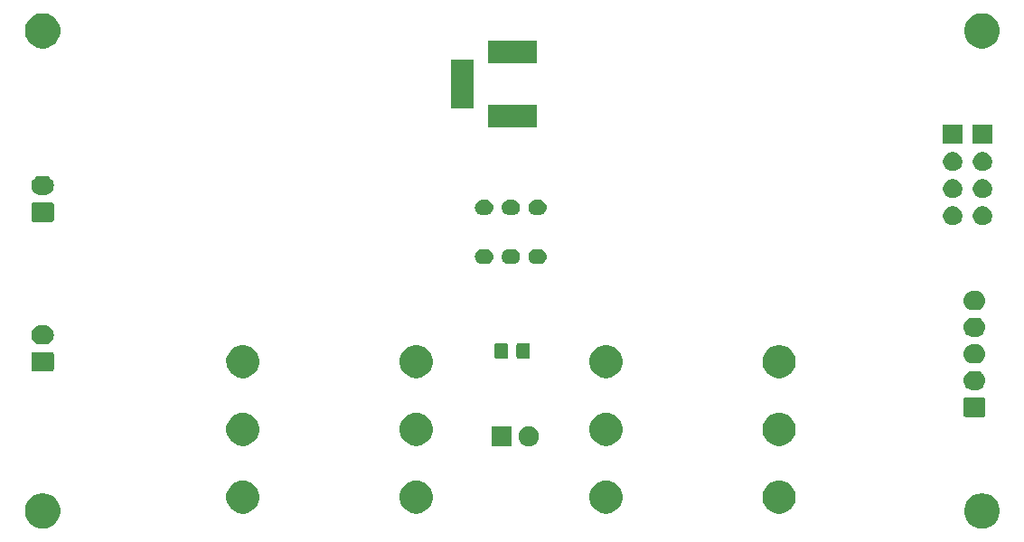
<source format=gbr>
G04 #@! TF.GenerationSoftware,KiCad,Pcbnew,(5.1.5)-3*
G04 #@! TF.CreationDate,2021-02-01T17:37:08+01:00*
G04 #@! TF.ProjectId,Prototype Board,50726f74-6f74-4797-9065-20426f617264,rev?*
G04 #@! TF.SameCoordinates,Original*
G04 #@! TF.FileFunction,Soldermask,Top*
G04 #@! TF.FilePolarity,Negative*
%FSLAX46Y46*%
G04 Gerber Fmt 4.6, Leading zero omitted, Abs format (unit mm)*
G04 Created by KiCad (PCBNEW (5.1.5)-3) date 2021-02-01 17:37:08*
%MOMM*%
%LPD*%
G04 APERTURE LIST*
%ADD10C,0.100000*%
G04 APERTURE END LIST*
D10*
G36*
X194375256Y-142391298D02*
G01*
X194481579Y-142412447D01*
X194782042Y-142536903D01*
X195052451Y-142717585D01*
X195282415Y-142947549D01*
X195463097Y-143217958D01*
X195587553Y-143518421D01*
X195651000Y-143837391D01*
X195651000Y-144162609D01*
X195587553Y-144481579D01*
X195463097Y-144782042D01*
X195282415Y-145052451D01*
X195052451Y-145282415D01*
X194782042Y-145463097D01*
X194481579Y-145587553D01*
X194375256Y-145608702D01*
X194162611Y-145651000D01*
X193837389Y-145651000D01*
X193624744Y-145608702D01*
X193518421Y-145587553D01*
X193217958Y-145463097D01*
X192947549Y-145282415D01*
X192717585Y-145052451D01*
X192536903Y-144782042D01*
X192412447Y-144481579D01*
X192349000Y-144162609D01*
X192349000Y-143837391D01*
X192412447Y-143518421D01*
X192536903Y-143217958D01*
X192717585Y-142947549D01*
X192947549Y-142717585D01*
X193217958Y-142536903D01*
X193518421Y-142412447D01*
X193624744Y-142391298D01*
X193837389Y-142349000D01*
X194162611Y-142349000D01*
X194375256Y-142391298D01*
G37*
G36*
X106375256Y-142391298D02*
G01*
X106481579Y-142412447D01*
X106782042Y-142536903D01*
X107052451Y-142717585D01*
X107282415Y-142947549D01*
X107463097Y-143217958D01*
X107587553Y-143518421D01*
X107651000Y-143837391D01*
X107651000Y-144162609D01*
X107587553Y-144481579D01*
X107463097Y-144782042D01*
X107282415Y-145052451D01*
X107052451Y-145282415D01*
X106782042Y-145463097D01*
X106481579Y-145587553D01*
X106375256Y-145608702D01*
X106162611Y-145651000D01*
X105837389Y-145651000D01*
X105624744Y-145608702D01*
X105518421Y-145587553D01*
X105217958Y-145463097D01*
X104947549Y-145282415D01*
X104717585Y-145052451D01*
X104536903Y-144782042D01*
X104412447Y-144481579D01*
X104349000Y-144162609D01*
X104349000Y-143837391D01*
X104412447Y-143518421D01*
X104536903Y-143217958D01*
X104717585Y-142947549D01*
X104947549Y-142717585D01*
X105217958Y-142536903D01*
X105518421Y-142412447D01*
X105624744Y-142391298D01*
X105837389Y-142349000D01*
X106162611Y-142349000D01*
X106375256Y-142391298D01*
G37*
G36*
X141302585Y-141178802D02*
G01*
X141452410Y-141208604D01*
X141734674Y-141325521D01*
X141988705Y-141495259D01*
X142204741Y-141711295D01*
X142374479Y-141965326D01*
X142491396Y-142247590D01*
X142551000Y-142547240D01*
X142551000Y-142852760D01*
X142491396Y-143152410D01*
X142374479Y-143434674D01*
X142204741Y-143688705D01*
X141988705Y-143904741D01*
X141734674Y-144074479D01*
X141452410Y-144191396D01*
X141302585Y-144221198D01*
X141152761Y-144251000D01*
X140847239Y-144251000D01*
X140697415Y-144221198D01*
X140547590Y-144191396D01*
X140265326Y-144074479D01*
X140011295Y-143904741D01*
X139795259Y-143688705D01*
X139625521Y-143434674D01*
X139508604Y-143152410D01*
X139449000Y-142852760D01*
X139449000Y-142547240D01*
X139508604Y-142247590D01*
X139625521Y-141965326D01*
X139795259Y-141711295D01*
X140011295Y-141495259D01*
X140265326Y-141325521D01*
X140547590Y-141208604D01*
X140697415Y-141178802D01*
X140847239Y-141149000D01*
X141152761Y-141149000D01*
X141302585Y-141178802D01*
G37*
G36*
X175302585Y-141178802D02*
G01*
X175452410Y-141208604D01*
X175734674Y-141325521D01*
X175988705Y-141495259D01*
X176204741Y-141711295D01*
X176374479Y-141965326D01*
X176491396Y-142247590D01*
X176551000Y-142547240D01*
X176551000Y-142852760D01*
X176491396Y-143152410D01*
X176374479Y-143434674D01*
X176204741Y-143688705D01*
X175988705Y-143904741D01*
X175734674Y-144074479D01*
X175452410Y-144191396D01*
X175302585Y-144221198D01*
X175152761Y-144251000D01*
X174847239Y-144251000D01*
X174697415Y-144221198D01*
X174547590Y-144191396D01*
X174265326Y-144074479D01*
X174011295Y-143904741D01*
X173795259Y-143688705D01*
X173625521Y-143434674D01*
X173508604Y-143152410D01*
X173449000Y-142852760D01*
X173449000Y-142547240D01*
X173508604Y-142247590D01*
X173625521Y-141965326D01*
X173795259Y-141711295D01*
X174011295Y-141495259D01*
X174265326Y-141325521D01*
X174547590Y-141208604D01*
X174697415Y-141178802D01*
X174847239Y-141149000D01*
X175152761Y-141149000D01*
X175302585Y-141178802D01*
G37*
G36*
X159072585Y-141178802D02*
G01*
X159222410Y-141208604D01*
X159504674Y-141325521D01*
X159758705Y-141495259D01*
X159974741Y-141711295D01*
X160144479Y-141965326D01*
X160261396Y-142247590D01*
X160321000Y-142547240D01*
X160321000Y-142852760D01*
X160261396Y-143152410D01*
X160144479Y-143434674D01*
X159974741Y-143688705D01*
X159758705Y-143904741D01*
X159504674Y-144074479D01*
X159222410Y-144191396D01*
X159072585Y-144221198D01*
X158922761Y-144251000D01*
X158617239Y-144251000D01*
X158467415Y-144221198D01*
X158317590Y-144191396D01*
X158035326Y-144074479D01*
X157781295Y-143904741D01*
X157565259Y-143688705D01*
X157395521Y-143434674D01*
X157278604Y-143152410D01*
X157219000Y-142852760D01*
X157219000Y-142547240D01*
X157278604Y-142247590D01*
X157395521Y-141965326D01*
X157565259Y-141711295D01*
X157781295Y-141495259D01*
X158035326Y-141325521D01*
X158317590Y-141208604D01*
X158467415Y-141178802D01*
X158617239Y-141149000D01*
X158922761Y-141149000D01*
X159072585Y-141178802D01*
G37*
G36*
X125072585Y-141178802D02*
G01*
X125222410Y-141208604D01*
X125504674Y-141325521D01*
X125758705Y-141495259D01*
X125974741Y-141711295D01*
X126144479Y-141965326D01*
X126261396Y-142247590D01*
X126321000Y-142547240D01*
X126321000Y-142852760D01*
X126261396Y-143152410D01*
X126144479Y-143434674D01*
X125974741Y-143688705D01*
X125758705Y-143904741D01*
X125504674Y-144074479D01*
X125222410Y-144191396D01*
X125072585Y-144221198D01*
X124922761Y-144251000D01*
X124617239Y-144251000D01*
X124467415Y-144221198D01*
X124317590Y-144191396D01*
X124035326Y-144074479D01*
X123781295Y-143904741D01*
X123565259Y-143688705D01*
X123395521Y-143434674D01*
X123278604Y-143152410D01*
X123219000Y-142852760D01*
X123219000Y-142547240D01*
X123278604Y-142247590D01*
X123395521Y-141965326D01*
X123565259Y-141711295D01*
X123781295Y-141495259D01*
X124035326Y-141325521D01*
X124317590Y-141208604D01*
X124467415Y-141178802D01*
X124617239Y-141149000D01*
X124922761Y-141149000D01*
X125072585Y-141178802D01*
G37*
G36*
X151817395Y-136085546D02*
G01*
X151990466Y-136157234D01*
X151990467Y-136157235D01*
X152146227Y-136261310D01*
X152278690Y-136393773D01*
X152278691Y-136393775D01*
X152382766Y-136549534D01*
X152454454Y-136722605D01*
X152491000Y-136906333D01*
X152491000Y-137093667D01*
X152454454Y-137277395D01*
X152382766Y-137450466D01*
X152382765Y-137450467D01*
X152278690Y-137606227D01*
X152146227Y-137738690D01*
X152067818Y-137791081D01*
X151990466Y-137842766D01*
X151817395Y-137914454D01*
X151633667Y-137951000D01*
X151446333Y-137951000D01*
X151262605Y-137914454D01*
X151089534Y-137842766D01*
X151012182Y-137791081D01*
X150933773Y-137738690D01*
X150801310Y-137606227D01*
X150697235Y-137450467D01*
X150697234Y-137450466D01*
X150625546Y-137277395D01*
X150589000Y-137093667D01*
X150589000Y-136906333D01*
X150625546Y-136722605D01*
X150697234Y-136549534D01*
X150801309Y-136393775D01*
X150801310Y-136393773D01*
X150933773Y-136261310D01*
X151089533Y-136157235D01*
X151089534Y-136157234D01*
X151262605Y-136085546D01*
X151446333Y-136049000D01*
X151633667Y-136049000D01*
X151817395Y-136085546D01*
G37*
G36*
X149951000Y-137951000D02*
G01*
X148049000Y-137951000D01*
X148049000Y-136049000D01*
X149951000Y-136049000D01*
X149951000Y-137951000D01*
G37*
G36*
X141302585Y-134828802D02*
G01*
X141452410Y-134858604D01*
X141734674Y-134975521D01*
X141988705Y-135145259D01*
X142204741Y-135361295D01*
X142374479Y-135615326D01*
X142491396Y-135897590D01*
X142551000Y-136197240D01*
X142551000Y-136502760D01*
X142491396Y-136802410D01*
X142374479Y-137084674D01*
X142204741Y-137338705D01*
X141988705Y-137554741D01*
X141734674Y-137724479D01*
X141452410Y-137841396D01*
X141302585Y-137871198D01*
X141152761Y-137901000D01*
X140847239Y-137901000D01*
X140697415Y-137871198D01*
X140547590Y-137841396D01*
X140265326Y-137724479D01*
X140011295Y-137554741D01*
X139795259Y-137338705D01*
X139625521Y-137084674D01*
X139508604Y-136802410D01*
X139449000Y-136502760D01*
X139449000Y-136197240D01*
X139508604Y-135897590D01*
X139625521Y-135615326D01*
X139795259Y-135361295D01*
X140011295Y-135145259D01*
X140265326Y-134975521D01*
X140547590Y-134858604D01*
X140697415Y-134828802D01*
X140847239Y-134799000D01*
X141152761Y-134799000D01*
X141302585Y-134828802D01*
G37*
G36*
X125072585Y-134828802D02*
G01*
X125222410Y-134858604D01*
X125504674Y-134975521D01*
X125758705Y-135145259D01*
X125974741Y-135361295D01*
X126144479Y-135615326D01*
X126261396Y-135897590D01*
X126321000Y-136197240D01*
X126321000Y-136502760D01*
X126261396Y-136802410D01*
X126144479Y-137084674D01*
X125974741Y-137338705D01*
X125758705Y-137554741D01*
X125504674Y-137724479D01*
X125222410Y-137841396D01*
X125072585Y-137871198D01*
X124922761Y-137901000D01*
X124617239Y-137901000D01*
X124467415Y-137871198D01*
X124317590Y-137841396D01*
X124035326Y-137724479D01*
X123781295Y-137554741D01*
X123565259Y-137338705D01*
X123395521Y-137084674D01*
X123278604Y-136802410D01*
X123219000Y-136502760D01*
X123219000Y-136197240D01*
X123278604Y-135897590D01*
X123395521Y-135615326D01*
X123565259Y-135361295D01*
X123781295Y-135145259D01*
X124035326Y-134975521D01*
X124317590Y-134858604D01*
X124467415Y-134828802D01*
X124617239Y-134799000D01*
X124922761Y-134799000D01*
X125072585Y-134828802D01*
G37*
G36*
X175302585Y-134828802D02*
G01*
X175452410Y-134858604D01*
X175734674Y-134975521D01*
X175988705Y-135145259D01*
X176204741Y-135361295D01*
X176374479Y-135615326D01*
X176491396Y-135897590D01*
X176551000Y-136197240D01*
X176551000Y-136502760D01*
X176491396Y-136802410D01*
X176374479Y-137084674D01*
X176204741Y-137338705D01*
X175988705Y-137554741D01*
X175734674Y-137724479D01*
X175452410Y-137841396D01*
X175302585Y-137871198D01*
X175152761Y-137901000D01*
X174847239Y-137901000D01*
X174697415Y-137871198D01*
X174547590Y-137841396D01*
X174265326Y-137724479D01*
X174011295Y-137554741D01*
X173795259Y-137338705D01*
X173625521Y-137084674D01*
X173508604Y-136802410D01*
X173449000Y-136502760D01*
X173449000Y-136197240D01*
X173508604Y-135897590D01*
X173625521Y-135615326D01*
X173795259Y-135361295D01*
X174011295Y-135145259D01*
X174265326Y-134975521D01*
X174547590Y-134858604D01*
X174697415Y-134828802D01*
X174847239Y-134799000D01*
X175152761Y-134799000D01*
X175302585Y-134828802D01*
G37*
G36*
X159072585Y-134828802D02*
G01*
X159222410Y-134858604D01*
X159504674Y-134975521D01*
X159758705Y-135145259D01*
X159974741Y-135361295D01*
X160144479Y-135615326D01*
X160261396Y-135897590D01*
X160321000Y-136197240D01*
X160321000Y-136502760D01*
X160261396Y-136802410D01*
X160144479Y-137084674D01*
X159974741Y-137338705D01*
X159758705Y-137554741D01*
X159504674Y-137724479D01*
X159222410Y-137841396D01*
X159072585Y-137871198D01*
X158922761Y-137901000D01*
X158617239Y-137901000D01*
X158467415Y-137871198D01*
X158317590Y-137841396D01*
X158035326Y-137724479D01*
X157781295Y-137554741D01*
X157565259Y-137338705D01*
X157395521Y-137084674D01*
X157278604Y-136802410D01*
X157219000Y-136502760D01*
X157219000Y-136197240D01*
X157278604Y-135897590D01*
X157395521Y-135615326D01*
X157565259Y-135361295D01*
X157781295Y-135145259D01*
X158035326Y-134975521D01*
X158317590Y-134858604D01*
X158467415Y-134828802D01*
X158617239Y-134799000D01*
X158922761Y-134799000D01*
X159072585Y-134828802D01*
G37*
G36*
X194177600Y-133388989D02*
G01*
X194210652Y-133399015D01*
X194241103Y-133415292D01*
X194267799Y-133437201D01*
X194289708Y-133463897D01*
X194305985Y-133494348D01*
X194316011Y-133527400D01*
X194320000Y-133567903D01*
X194320000Y-135004097D01*
X194316011Y-135044600D01*
X194305985Y-135077652D01*
X194289708Y-135108103D01*
X194267799Y-135134799D01*
X194241103Y-135156708D01*
X194210652Y-135172985D01*
X194177600Y-135183011D01*
X194137097Y-135187000D01*
X192450903Y-135187000D01*
X192410400Y-135183011D01*
X192377348Y-135172985D01*
X192346897Y-135156708D01*
X192320201Y-135134799D01*
X192298292Y-135108103D01*
X192282015Y-135077652D01*
X192271989Y-135044600D01*
X192268000Y-135004097D01*
X192268000Y-133567903D01*
X192271989Y-133527400D01*
X192282015Y-133494348D01*
X192298292Y-133463897D01*
X192320201Y-133437201D01*
X192346897Y-133415292D01*
X192377348Y-133399015D01*
X192410400Y-133388989D01*
X192450903Y-133385000D01*
X194137097Y-133385000D01*
X194177600Y-133388989D01*
G37*
G36*
X193529443Y-130891519D02*
G01*
X193595627Y-130898037D01*
X193765466Y-130949557D01*
X193921991Y-131033222D01*
X193957729Y-131062552D01*
X194059186Y-131145814D01*
X194107545Y-131204741D01*
X194171778Y-131283009D01*
X194255443Y-131439534D01*
X194306963Y-131609373D01*
X194324359Y-131786000D01*
X194306963Y-131962627D01*
X194255443Y-132132466D01*
X194171778Y-132288991D01*
X194142448Y-132324729D01*
X194059186Y-132426186D01*
X193957729Y-132509448D01*
X193921991Y-132538778D01*
X193765466Y-132622443D01*
X193595627Y-132673963D01*
X193529442Y-132680482D01*
X193463260Y-132687000D01*
X193124740Y-132687000D01*
X193058558Y-132680482D01*
X192992373Y-132673963D01*
X192822534Y-132622443D01*
X192666009Y-132538778D01*
X192630271Y-132509448D01*
X192528814Y-132426186D01*
X192445552Y-132324729D01*
X192416222Y-132288991D01*
X192332557Y-132132466D01*
X192281037Y-131962627D01*
X192263641Y-131786000D01*
X192281037Y-131609373D01*
X192332557Y-131439534D01*
X192416222Y-131283009D01*
X192480455Y-131204741D01*
X192528814Y-131145814D01*
X192630271Y-131062552D01*
X192666009Y-131033222D01*
X192822534Y-130949557D01*
X192992373Y-130898037D01*
X193058557Y-130891519D01*
X193124740Y-130885000D01*
X193463260Y-130885000D01*
X193529443Y-130891519D01*
G37*
G36*
X175191275Y-128456661D02*
G01*
X175452410Y-128508604D01*
X175734674Y-128625521D01*
X175988705Y-128795259D01*
X176204741Y-129011295D01*
X176374479Y-129265326D01*
X176484907Y-129531925D01*
X176491396Y-129547591D01*
X176551000Y-129847239D01*
X176551000Y-130152761D01*
X176544189Y-130187000D01*
X176491396Y-130452410D01*
X176374479Y-130734674D01*
X176204741Y-130988705D01*
X175988705Y-131204741D01*
X175734674Y-131374479D01*
X175452410Y-131491396D01*
X175302585Y-131521198D01*
X175152761Y-131551000D01*
X174847239Y-131551000D01*
X174697415Y-131521198D01*
X174547590Y-131491396D01*
X174265326Y-131374479D01*
X174011295Y-131204741D01*
X173795259Y-130988705D01*
X173625521Y-130734674D01*
X173508604Y-130452410D01*
X173455811Y-130187000D01*
X173449000Y-130152761D01*
X173449000Y-129847239D01*
X173508604Y-129547591D01*
X173515093Y-129531925D01*
X173625521Y-129265326D01*
X173795259Y-129011295D01*
X174011295Y-128795259D01*
X174265326Y-128625521D01*
X174547590Y-128508604D01*
X174808725Y-128456661D01*
X174847239Y-128449000D01*
X175152761Y-128449000D01*
X175191275Y-128456661D01*
G37*
G36*
X124961275Y-128456661D02*
G01*
X125222410Y-128508604D01*
X125504674Y-128625521D01*
X125758705Y-128795259D01*
X125974741Y-129011295D01*
X126144479Y-129265326D01*
X126254907Y-129531925D01*
X126261396Y-129547591D01*
X126321000Y-129847239D01*
X126321000Y-130152761D01*
X126314189Y-130187000D01*
X126261396Y-130452410D01*
X126144479Y-130734674D01*
X125974741Y-130988705D01*
X125758705Y-131204741D01*
X125504674Y-131374479D01*
X125222410Y-131491396D01*
X125072585Y-131521198D01*
X124922761Y-131551000D01*
X124617239Y-131551000D01*
X124467415Y-131521198D01*
X124317590Y-131491396D01*
X124035326Y-131374479D01*
X123781295Y-131204741D01*
X123565259Y-130988705D01*
X123395521Y-130734674D01*
X123278604Y-130452410D01*
X123225811Y-130187000D01*
X123219000Y-130152761D01*
X123219000Y-129847239D01*
X123278604Y-129547591D01*
X123285093Y-129531925D01*
X123395521Y-129265326D01*
X123565259Y-129011295D01*
X123781295Y-128795259D01*
X124035326Y-128625521D01*
X124317590Y-128508604D01*
X124578725Y-128456661D01*
X124617239Y-128449000D01*
X124922761Y-128449000D01*
X124961275Y-128456661D01*
G37*
G36*
X158961275Y-128456661D02*
G01*
X159222410Y-128508604D01*
X159504674Y-128625521D01*
X159758705Y-128795259D01*
X159974741Y-129011295D01*
X160144479Y-129265326D01*
X160254907Y-129531925D01*
X160261396Y-129547591D01*
X160321000Y-129847239D01*
X160321000Y-130152761D01*
X160314189Y-130187000D01*
X160261396Y-130452410D01*
X160144479Y-130734674D01*
X159974741Y-130988705D01*
X159758705Y-131204741D01*
X159504674Y-131374479D01*
X159222410Y-131491396D01*
X159072585Y-131521198D01*
X158922761Y-131551000D01*
X158617239Y-131551000D01*
X158467415Y-131521198D01*
X158317590Y-131491396D01*
X158035326Y-131374479D01*
X157781295Y-131204741D01*
X157565259Y-130988705D01*
X157395521Y-130734674D01*
X157278604Y-130452410D01*
X157225811Y-130187000D01*
X157219000Y-130152761D01*
X157219000Y-129847239D01*
X157278604Y-129547591D01*
X157285093Y-129531925D01*
X157395521Y-129265326D01*
X157565259Y-129011295D01*
X157781295Y-128795259D01*
X158035326Y-128625521D01*
X158317590Y-128508604D01*
X158578725Y-128456661D01*
X158617239Y-128449000D01*
X158922761Y-128449000D01*
X158961275Y-128456661D01*
G37*
G36*
X141191275Y-128456661D02*
G01*
X141452410Y-128508604D01*
X141734674Y-128625521D01*
X141988705Y-128795259D01*
X142204741Y-129011295D01*
X142374479Y-129265326D01*
X142484907Y-129531925D01*
X142491396Y-129547591D01*
X142551000Y-129847239D01*
X142551000Y-130152761D01*
X142544189Y-130187000D01*
X142491396Y-130452410D01*
X142374479Y-130734674D01*
X142204741Y-130988705D01*
X141988705Y-131204741D01*
X141734674Y-131374479D01*
X141452410Y-131491396D01*
X141302585Y-131521198D01*
X141152761Y-131551000D01*
X140847239Y-131551000D01*
X140697415Y-131521198D01*
X140547590Y-131491396D01*
X140265326Y-131374479D01*
X140011295Y-131204741D01*
X139795259Y-130988705D01*
X139625521Y-130734674D01*
X139508604Y-130452410D01*
X139455811Y-130187000D01*
X139449000Y-130152761D01*
X139449000Y-129847239D01*
X139508604Y-129547591D01*
X139515093Y-129531925D01*
X139625521Y-129265326D01*
X139795259Y-129011295D01*
X140011295Y-128795259D01*
X140265326Y-128625521D01*
X140547590Y-128508604D01*
X140808725Y-128456661D01*
X140847239Y-128449000D01*
X141152761Y-128449000D01*
X141191275Y-128456661D01*
G37*
G36*
X106908600Y-129102989D02*
G01*
X106941652Y-129113015D01*
X106972103Y-129129292D01*
X106998799Y-129151201D01*
X107020708Y-129177897D01*
X107036985Y-129208348D01*
X107047011Y-129241400D01*
X107051000Y-129281903D01*
X107051000Y-130718097D01*
X107047011Y-130758600D01*
X107036985Y-130791652D01*
X107020708Y-130822103D01*
X106998799Y-130848799D01*
X106972103Y-130870708D01*
X106941652Y-130886985D01*
X106908600Y-130897011D01*
X106868097Y-130901000D01*
X105131903Y-130901000D01*
X105091400Y-130897011D01*
X105058348Y-130886985D01*
X105027897Y-130870708D01*
X105001201Y-130848799D01*
X104979292Y-130822103D01*
X104963015Y-130791652D01*
X104952989Y-130758600D01*
X104949000Y-130718097D01*
X104949000Y-129281903D01*
X104952989Y-129241400D01*
X104963015Y-129208348D01*
X104979292Y-129177897D01*
X105001201Y-129151201D01*
X105027897Y-129129292D01*
X105058348Y-129113015D01*
X105091400Y-129102989D01*
X105131903Y-129099000D01*
X106868097Y-129099000D01*
X106908600Y-129102989D01*
G37*
G36*
X193529443Y-128391519D02*
G01*
X193595627Y-128398037D01*
X193765466Y-128449557D01*
X193765468Y-128449558D01*
X193843728Y-128491389D01*
X193921991Y-128533222D01*
X193957729Y-128562552D01*
X194059186Y-128645814D01*
X194142448Y-128747271D01*
X194171778Y-128783009D01*
X194255443Y-128939534D01*
X194306963Y-129109373D01*
X194324359Y-129286000D01*
X194306963Y-129462627D01*
X194255443Y-129632466D01*
X194171778Y-129788991D01*
X194142448Y-129824729D01*
X194059186Y-129926186D01*
X193957729Y-130009448D01*
X193921991Y-130038778D01*
X193765466Y-130122443D01*
X193595627Y-130173963D01*
X193529443Y-130180481D01*
X193463260Y-130187000D01*
X193124740Y-130187000D01*
X193058557Y-130180481D01*
X192992373Y-130173963D01*
X192822534Y-130122443D01*
X192666009Y-130038778D01*
X192630271Y-130009448D01*
X192528814Y-129926186D01*
X192445552Y-129824729D01*
X192416222Y-129788991D01*
X192332557Y-129632466D01*
X192281037Y-129462627D01*
X192263641Y-129286000D01*
X192281037Y-129109373D01*
X192332557Y-128939534D01*
X192416222Y-128783009D01*
X192445552Y-128747271D01*
X192528814Y-128645814D01*
X192630271Y-128562552D01*
X192666009Y-128533222D01*
X192744272Y-128491389D01*
X192822532Y-128449558D01*
X192822534Y-128449557D01*
X192992373Y-128398037D01*
X193058557Y-128391519D01*
X193124740Y-128385000D01*
X193463260Y-128385000D01*
X193529443Y-128391519D01*
G37*
G36*
X151488674Y-128253465D02*
G01*
X151526367Y-128264899D01*
X151561103Y-128283466D01*
X151591548Y-128308452D01*
X151616534Y-128338897D01*
X151635101Y-128373633D01*
X151646535Y-128411326D01*
X151651000Y-128456661D01*
X151651000Y-129543339D01*
X151646535Y-129588674D01*
X151635101Y-129626367D01*
X151616534Y-129661103D01*
X151591548Y-129691548D01*
X151561103Y-129716534D01*
X151526367Y-129735101D01*
X151488674Y-129746535D01*
X151443339Y-129751000D01*
X150606661Y-129751000D01*
X150561326Y-129746535D01*
X150523633Y-129735101D01*
X150488897Y-129716534D01*
X150458452Y-129691548D01*
X150433466Y-129661103D01*
X150414899Y-129626367D01*
X150403465Y-129588674D01*
X150399000Y-129543339D01*
X150399000Y-128456661D01*
X150403465Y-128411326D01*
X150414899Y-128373633D01*
X150433466Y-128338897D01*
X150458452Y-128308452D01*
X150488897Y-128283466D01*
X150523633Y-128264899D01*
X150561326Y-128253465D01*
X150606661Y-128249000D01*
X151443339Y-128249000D01*
X151488674Y-128253465D01*
G37*
G36*
X149438674Y-128253465D02*
G01*
X149476367Y-128264899D01*
X149511103Y-128283466D01*
X149541548Y-128308452D01*
X149566534Y-128338897D01*
X149585101Y-128373633D01*
X149596535Y-128411326D01*
X149601000Y-128456661D01*
X149601000Y-129543339D01*
X149596535Y-129588674D01*
X149585101Y-129626367D01*
X149566534Y-129661103D01*
X149541548Y-129691548D01*
X149511103Y-129716534D01*
X149476367Y-129735101D01*
X149438674Y-129746535D01*
X149393339Y-129751000D01*
X148556661Y-129751000D01*
X148511326Y-129746535D01*
X148473633Y-129735101D01*
X148438897Y-129716534D01*
X148408452Y-129691548D01*
X148383466Y-129661103D01*
X148364899Y-129626367D01*
X148353465Y-129588674D01*
X148349000Y-129543339D01*
X148349000Y-128456661D01*
X148353465Y-128411326D01*
X148364899Y-128373633D01*
X148383466Y-128338897D01*
X148408452Y-128308452D01*
X148438897Y-128283466D01*
X148473633Y-128264899D01*
X148511326Y-128253465D01*
X148556661Y-128249000D01*
X149393339Y-128249000D01*
X149438674Y-128253465D01*
G37*
G36*
X106260442Y-126605518D02*
G01*
X106326627Y-126612037D01*
X106496466Y-126663557D01*
X106652991Y-126747222D01*
X106688729Y-126776552D01*
X106790186Y-126859814D01*
X106873448Y-126961271D01*
X106902778Y-126997009D01*
X106986443Y-127153534D01*
X107037963Y-127323373D01*
X107055359Y-127500000D01*
X107037963Y-127676627D01*
X106986443Y-127846466D01*
X106902778Y-128002991D01*
X106873448Y-128038729D01*
X106790186Y-128140186D01*
X106688729Y-128223448D01*
X106652991Y-128252778D01*
X106496466Y-128336443D01*
X106326627Y-128387963D01*
X106260443Y-128394481D01*
X106194260Y-128401000D01*
X105805740Y-128401000D01*
X105739557Y-128394481D01*
X105673373Y-128387963D01*
X105503534Y-128336443D01*
X105347009Y-128252778D01*
X105311271Y-128223448D01*
X105209814Y-128140186D01*
X105126552Y-128038729D01*
X105097222Y-128002991D01*
X105013557Y-127846466D01*
X104962037Y-127676627D01*
X104944641Y-127500000D01*
X104962037Y-127323373D01*
X105013557Y-127153534D01*
X105097222Y-126997009D01*
X105126552Y-126961271D01*
X105209814Y-126859814D01*
X105311271Y-126776552D01*
X105347009Y-126747222D01*
X105503534Y-126663557D01*
X105673373Y-126612037D01*
X105739558Y-126605518D01*
X105805740Y-126599000D01*
X106194260Y-126599000D01*
X106260442Y-126605518D01*
G37*
G36*
X193529442Y-125891518D02*
G01*
X193595627Y-125898037D01*
X193765466Y-125949557D01*
X193921991Y-126033222D01*
X193957729Y-126062552D01*
X194059186Y-126145814D01*
X194142448Y-126247271D01*
X194171778Y-126283009D01*
X194255443Y-126439534D01*
X194306963Y-126609373D01*
X194324359Y-126786000D01*
X194306963Y-126962627D01*
X194255443Y-127132466D01*
X194171778Y-127288991D01*
X194143561Y-127323373D01*
X194059186Y-127426186D01*
X193969242Y-127500000D01*
X193921991Y-127538778D01*
X193765466Y-127622443D01*
X193595627Y-127673963D01*
X193529442Y-127680482D01*
X193463260Y-127687000D01*
X193124740Y-127687000D01*
X193058558Y-127680482D01*
X192992373Y-127673963D01*
X192822534Y-127622443D01*
X192666009Y-127538778D01*
X192618758Y-127500000D01*
X192528814Y-127426186D01*
X192444439Y-127323373D01*
X192416222Y-127288991D01*
X192332557Y-127132466D01*
X192281037Y-126962627D01*
X192263641Y-126786000D01*
X192281037Y-126609373D01*
X192332557Y-126439534D01*
X192416222Y-126283009D01*
X192445552Y-126247271D01*
X192528814Y-126145814D01*
X192630271Y-126062552D01*
X192666009Y-126033222D01*
X192822534Y-125949557D01*
X192992373Y-125898037D01*
X193058558Y-125891518D01*
X193124740Y-125885000D01*
X193463260Y-125885000D01*
X193529442Y-125891518D01*
G37*
G36*
X193529442Y-123391518D02*
G01*
X193595627Y-123398037D01*
X193765466Y-123449557D01*
X193921991Y-123533222D01*
X193957729Y-123562552D01*
X194059186Y-123645814D01*
X194142448Y-123747271D01*
X194171778Y-123783009D01*
X194255443Y-123939534D01*
X194306963Y-124109373D01*
X194324359Y-124286000D01*
X194306963Y-124462627D01*
X194255443Y-124632466D01*
X194171778Y-124788991D01*
X194142448Y-124824729D01*
X194059186Y-124926186D01*
X193957729Y-125009448D01*
X193921991Y-125038778D01*
X193765466Y-125122443D01*
X193595627Y-125173963D01*
X193529442Y-125180482D01*
X193463260Y-125187000D01*
X193124740Y-125187000D01*
X193058558Y-125180482D01*
X192992373Y-125173963D01*
X192822534Y-125122443D01*
X192666009Y-125038778D01*
X192630271Y-125009448D01*
X192528814Y-124926186D01*
X192445552Y-124824729D01*
X192416222Y-124788991D01*
X192332557Y-124632466D01*
X192281037Y-124462627D01*
X192263641Y-124286000D01*
X192281037Y-124109373D01*
X192332557Y-123939534D01*
X192416222Y-123783009D01*
X192445552Y-123747271D01*
X192528814Y-123645814D01*
X192630271Y-123562552D01*
X192666009Y-123533222D01*
X192822534Y-123449557D01*
X192992373Y-123398037D01*
X193058558Y-123391518D01*
X193124740Y-123385000D01*
X193463260Y-123385000D01*
X193529442Y-123391518D01*
G37*
G36*
X152647421Y-119465143D02*
G01*
X152779557Y-119505227D01*
X152779559Y-119505228D01*
X152901339Y-119570320D01*
X152901341Y-119570321D01*
X152901340Y-119570321D01*
X153008080Y-119657920D01*
X153095679Y-119764660D01*
X153160773Y-119886443D01*
X153200857Y-120018579D01*
X153214391Y-120156000D01*
X153200857Y-120293421D01*
X153160773Y-120425557D01*
X153160772Y-120425559D01*
X153095680Y-120547339D01*
X153008080Y-120654080D01*
X152901339Y-120741680D01*
X152779559Y-120806772D01*
X152779557Y-120806773D01*
X152647421Y-120846857D01*
X152544432Y-120857000D01*
X152175568Y-120857000D01*
X152072579Y-120846857D01*
X151940443Y-120806773D01*
X151940441Y-120806772D01*
X151818661Y-120741680D01*
X151711920Y-120654080D01*
X151624320Y-120547339D01*
X151559228Y-120425559D01*
X151559227Y-120425557D01*
X151519143Y-120293421D01*
X151505609Y-120156000D01*
X151519143Y-120018579D01*
X151559227Y-119886443D01*
X151624321Y-119764660D01*
X151711920Y-119657920D01*
X151818660Y-119570321D01*
X151818659Y-119570321D01*
X151818661Y-119570320D01*
X151940441Y-119505228D01*
X151940443Y-119505227D01*
X152072579Y-119465143D01*
X152175568Y-119455000D01*
X152544432Y-119455000D01*
X152647421Y-119465143D01*
G37*
G36*
X150147421Y-119465143D02*
G01*
X150279557Y-119505227D01*
X150279559Y-119505228D01*
X150401339Y-119570320D01*
X150401341Y-119570321D01*
X150401340Y-119570321D01*
X150508080Y-119657920D01*
X150595679Y-119764660D01*
X150660773Y-119886443D01*
X150700857Y-120018579D01*
X150714391Y-120156000D01*
X150700857Y-120293421D01*
X150660773Y-120425557D01*
X150660772Y-120425559D01*
X150595680Y-120547339D01*
X150508080Y-120654080D01*
X150401339Y-120741680D01*
X150279559Y-120806772D01*
X150279557Y-120806773D01*
X150147421Y-120846857D01*
X150044432Y-120857000D01*
X149675568Y-120857000D01*
X149572579Y-120846857D01*
X149440443Y-120806773D01*
X149440441Y-120806772D01*
X149318661Y-120741680D01*
X149211920Y-120654080D01*
X149124320Y-120547339D01*
X149059228Y-120425559D01*
X149059227Y-120425557D01*
X149019143Y-120293421D01*
X149005609Y-120156000D01*
X149019143Y-120018579D01*
X149059227Y-119886443D01*
X149124321Y-119764660D01*
X149211920Y-119657920D01*
X149318660Y-119570321D01*
X149318659Y-119570321D01*
X149318661Y-119570320D01*
X149440441Y-119505228D01*
X149440443Y-119505227D01*
X149572579Y-119465143D01*
X149675568Y-119455000D01*
X150044432Y-119455000D01*
X150147421Y-119465143D01*
G37*
G36*
X147647421Y-119465143D02*
G01*
X147779557Y-119505227D01*
X147779559Y-119505228D01*
X147901339Y-119570320D01*
X147901341Y-119570321D01*
X147901340Y-119570321D01*
X148008080Y-119657920D01*
X148095679Y-119764660D01*
X148160773Y-119886443D01*
X148200857Y-120018579D01*
X148214391Y-120156000D01*
X148200857Y-120293421D01*
X148160773Y-120425557D01*
X148160772Y-120425559D01*
X148095680Y-120547339D01*
X148008080Y-120654080D01*
X147901339Y-120741680D01*
X147779559Y-120806772D01*
X147779557Y-120806773D01*
X147647421Y-120846857D01*
X147544432Y-120857000D01*
X147175568Y-120857000D01*
X147072579Y-120846857D01*
X146940443Y-120806773D01*
X146940441Y-120806772D01*
X146818661Y-120741680D01*
X146711920Y-120654080D01*
X146624320Y-120547339D01*
X146559228Y-120425559D01*
X146559227Y-120425557D01*
X146519143Y-120293421D01*
X146505609Y-120156000D01*
X146519143Y-120018579D01*
X146559227Y-119886443D01*
X146624321Y-119764660D01*
X146711920Y-119657920D01*
X146818660Y-119570321D01*
X146818659Y-119570321D01*
X146818661Y-119570320D01*
X146940441Y-119505228D01*
X146940443Y-119505227D01*
X147072579Y-119465143D01*
X147175568Y-119455000D01*
X147544432Y-119455000D01*
X147647421Y-119465143D01*
G37*
G36*
X194169512Y-115435927D02*
G01*
X194318812Y-115465624D01*
X194482784Y-115533544D01*
X194630354Y-115632147D01*
X194755853Y-115757646D01*
X194854456Y-115905216D01*
X194922376Y-116069188D01*
X194957000Y-116243259D01*
X194957000Y-116420741D01*
X194922376Y-116594812D01*
X194854456Y-116758784D01*
X194755853Y-116906354D01*
X194630354Y-117031853D01*
X194482784Y-117130456D01*
X194318812Y-117198376D01*
X194169512Y-117228073D01*
X194144742Y-117233000D01*
X193967258Y-117233000D01*
X193942488Y-117228073D01*
X193793188Y-117198376D01*
X193629216Y-117130456D01*
X193481646Y-117031853D01*
X193356147Y-116906354D01*
X193257544Y-116758784D01*
X193189624Y-116594812D01*
X193155000Y-116420741D01*
X193155000Y-116243259D01*
X193189624Y-116069188D01*
X193257544Y-115905216D01*
X193356147Y-115757646D01*
X193481646Y-115632147D01*
X193629216Y-115533544D01*
X193793188Y-115465624D01*
X193942488Y-115435927D01*
X193967258Y-115431000D01*
X194144742Y-115431000D01*
X194169512Y-115435927D01*
G37*
G36*
X191375512Y-115435927D02*
G01*
X191524812Y-115465624D01*
X191688784Y-115533544D01*
X191836354Y-115632147D01*
X191961853Y-115757646D01*
X192060456Y-115905216D01*
X192128376Y-116069188D01*
X192163000Y-116243259D01*
X192163000Y-116420741D01*
X192128376Y-116594812D01*
X192060456Y-116758784D01*
X191961853Y-116906354D01*
X191836354Y-117031853D01*
X191688784Y-117130456D01*
X191524812Y-117198376D01*
X191375512Y-117228073D01*
X191350742Y-117233000D01*
X191173258Y-117233000D01*
X191148488Y-117228073D01*
X190999188Y-117198376D01*
X190835216Y-117130456D01*
X190687646Y-117031853D01*
X190562147Y-116906354D01*
X190463544Y-116758784D01*
X190395624Y-116594812D01*
X190361000Y-116420741D01*
X190361000Y-116243259D01*
X190395624Y-116069188D01*
X190463544Y-115905216D01*
X190562147Y-115757646D01*
X190687646Y-115632147D01*
X190835216Y-115533544D01*
X190999188Y-115465624D01*
X191148488Y-115435927D01*
X191173258Y-115431000D01*
X191350742Y-115431000D01*
X191375512Y-115435927D01*
G37*
G36*
X106908600Y-115102989D02*
G01*
X106941652Y-115113015D01*
X106972103Y-115129292D01*
X106998799Y-115151201D01*
X107020708Y-115177897D01*
X107036985Y-115208348D01*
X107047011Y-115241400D01*
X107051000Y-115281903D01*
X107051000Y-116718097D01*
X107047011Y-116758600D01*
X107036985Y-116791652D01*
X107020708Y-116822103D01*
X106998799Y-116848799D01*
X106972103Y-116870708D01*
X106941652Y-116886985D01*
X106908600Y-116897011D01*
X106868097Y-116901000D01*
X105131903Y-116901000D01*
X105091400Y-116897011D01*
X105058348Y-116886985D01*
X105027897Y-116870708D01*
X105001201Y-116848799D01*
X104979292Y-116822103D01*
X104963015Y-116791652D01*
X104952989Y-116758600D01*
X104949000Y-116718097D01*
X104949000Y-115281903D01*
X104952989Y-115241400D01*
X104963015Y-115208348D01*
X104979292Y-115177897D01*
X105001201Y-115151201D01*
X105027897Y-115129292D01*
X105058348Y-115113015D01*
X105091400Y-115102989D01*
X105131903Y-115099000D01*
X106868097Y-115099000D01*
X106908600Y-115102989D01*
G37*
G36*
X147647421Y-114865143D02*
G01*
X147779557Y-114905227D01*
X147779559Y-114905228D01*
X147901339Y-114970320D01*
X148008080Y-115057920D01*
X148095680Y-115164661D01*
X148136697Y-115241400D01*
X148160773Y-115286443D01*
X148200857Y-115418579D01*
X148214391Y-115556000D01*
X148200857Y-115693421D01*
X148160773Y-115825557D01*
X148160772Y-115825559D01*
X148095680Y-115947339D01*
X148008080Y-116054080D01*
X147901339Y-116141680D01*
X147779559Y-116206772D01*
X147779557Y-116206773D01*
X147647421Y-116246857D01*
X147544432Y-116257000D01*
X147175568Y-116257000D01*
X147072579Y-116246857D01*
X146940443Y-116206773D01*
X146940441Y-116206772D01*
X146818661Y-116141680D01*
X146711920Y-116054080D01*
X146624320Y-115947339D01*
X146559228Y-115825559D01*
X146559227Y-115825557D01*
X146519143Y-115693421D01*
X146505609Y-115556000D01*
X146519143Y-115418579D01*
X146559227Y-115286443D01*
X146583303Y-115241400D01*
X146624320Y-115164661D01*
X146711920Y-115057920D01*
X146818661Y-114970320D01*
X146940441Y-114905228D01*
X146940443Y-114905227D01*
X147072579Y-114865143D01*
X147175568Y-114855000D01*
X147544432Y-114855000D01*
X147647421Y-114865143D01*
G37*
G36*
X150147421Y-114865143D02*
G01*
X150279557Y-114905227D01*
X150279559Y-114905228D01*
X150401339Y-114970320D01*
X150508080Y-115057920D01*
X150595680Y-115164661D01*
X150636697Y-115241400D01*
X150660773Y-115286443D01*
X150700857Y-115418579D01*
X150714391Y-115556000D01*
X150700857Y-115693421D01*
X150660773Y-115825557D01*
X150660772Y-115825559D01*
X150595680Y-115947339D01*
X150508080Y-116054080D01*
X150401339Y-116141680D01*
X150279559Y-116206772D01*
X150279557Y-116206773D01*
X150147421Y-116246857D01*
X150044432Y-116257000D01*
X149675568Y-116257000D01*
X149572579Y-116246857D01*
X149440443Y-116206773D01*
X149440441Y-116206772D01*
X149318661Y-116141680D01*
X149211920Y-116054080D01*
X149124320Y-115947339D01*
X149059228Y-115825559D01*
X149059227Y-115825557D01*
X149019143Y-115693421D01*
X149005609Y-115556000D01*
X149019143Y-115418579D01*
X149059227Y-115286443D01*
X149083303Y-115241400D01*
X149124320Y-115164661D01*
X149211920Y-115057920D01*
X149318661Y-114970320D01*
X149440441Y-114905228D01*
X149440443Y-114905227D01*
X149572579Y-114865143D01*
X149675568Y-114855000D01*
X150044432Y-114855000D01*
X150147421Y-114865143D01*
G37*
G36*
X152647421Y-114865143D02*
G01*
X152779557Y-114905227D01*
X152779559Y-114905228D01*
X152901339Y-114970320D01*
X153008080Y-115057920D01*
X153095680Y-115164661D01*
X153136697Y-115241400D01*
X153160773Y-115286443D01*
X153200857Y-115418579D01*
X153214391Y-115556000D01*
X153200857Y-115693421D01*
X153160773Y-115825557D01*
X153160772Y-115825559D01*
X153095680Y-115947339D01*
X153008080Y-116054080D01*
X152901339Y-116141680D01*
X152779559Y-116206772D01*
X152779557Y-116206773D01*
X152647421Y-116246857D01*
X152544432Y-116257000D01*
X152175568Y-116257000D01*
X152072579Y-116246857D01*
X151940443Y-116206773D01*
X151940441Y-116206772D01*
X151818661Y-116141680D01*
X151711920Y-116054080D01*
X151624320Y-115947339D01*
X151559228Y-115825559D01*
X151559227Y-115825557D01*
X151519143Y-115693421D01*
X151505609Y-115556000D01*
X151519143Y-115418579D01*
X151559227Y-115286443D01*
X151583303Y-115241400D01*
X151624320Y-115164661D01*
X151711920Y-115057920D01*
X151818661Y-114970320D01*
X151940441Y-114905228D01*
X151940443Y-114905227D01*
X152072579Y-114865143D01*
X152175568Y-114855000D01*
X152544432Y-114855000D01*
X152647421Y-114865143D01*
G37*
G36*
X191375512Y-112895927D02*
G01*
X191524812Y-112925624D01*
X191688784Y-112993544D01*
X191836354Y-113092147D01*
X191961853Y-113217646D01*
X192060456Y-113365216D01*
X192128376Y-113529188D01*
X192163000Y-113703259D01*
X192163000Y-113880741D01*
X192128376Y-114054812D01*
X192060456Y-114218784D01*
X191961853Y-114366354D01*
X191836354Y-114491853D01*
X191688784Y-114590456D01*
X191524812Y-114658376D01*
X191375512Y-114688073D01*
X191350742Y-114693000D01*
X191173258Y-114693000D01*
X191148488Y-114688073D01*
X190999188Y-114658376D01*
X190835216Y-114590456D01*
X190687646Y-114491853D01*
X190562147Y-114366354D01*
X190463544Y-114218784D01*
X190395624Y-114054812D01*
X190361000Y-113880741D01*
X190361000Y-113703259D01*
X190395624Y-113529188D01*
X190463544Y-113365216D01*
X190562147Y-113217646D01*
X190687646Y-113092147D01*
X190835216Y-112993544D01*
X190999188Y-112925624D01*
X191148488Y-112895927D01*
X191173258Y-112891000D01*
X191350742Y-112891000D01*
X191375512Y-112895927D01*
G37*
G36*
X194169512Y-112895927D02*
G01*
X194318812Y-112925624D01*
X194482784Y-112993544D01*
X194630354Y-113092147D01*
X194755853Y-113217646D01*
X194854456Y-113365216D01*
X194922376Y-113529188D01*
X194957000Y-113703259D01*
X194957000Y-113880741D01*
X194922376Y-114054812D01*
X194854456Y-114218784D01*
X194755853Y-114366354D01*
X194630354Y-114491853D01*
X194482784Y-114590456D01*
X194318812Y-114658376D01*
X194169512Y-114688073D01*
X194144742Y-114693000D01*
X193967258Y-114693000D01*
X193942488Y-114688073D01*
X193793188Y-114658376D01*
X193629216Y-114590456D01*
X193481646Y-114491853D01*
X193356147Y-114366354D01*
X193257544Y-114218784D01*
X193189624Y-114054812D01*
X193155000Y-113880741D01*
X193155000Y-113703259D01*
X193189624Y-113529188D01*
X193257544Y-113365216D01*
X193356147Y-113217646D01*
X193481646Y-113092147D01*
X193629216Y-112993544D01*
X193793188Y-112925624D01*
X193942488Y-112895927D01*
X193967258Y-112891000D01*
X194144742Y-112891000D01*
X194169512Y-112895927D01*
G37*
G36*
X106260443Y-112605519D02*
G01*
X106326627Y-112612037D01*
X106496466Y-112663557D01*
X106652991Y-112747222D01*
X106688729Y-112776552D01*
X106790186Y-112859814D01*
X106873448Y-112961271D01*
X106902778Y-112997009D01*
X106986443Y-113153534D01*
X107037963Y-113323373D01*
X107055359Y-113500000D01*
X107037963Y-113676627D01*
X107029884Y-113703259D01*
X106986442Y-113846468D01*
X106968122Y-113880742D01*
X106902778Y-114002991D01*
X106873448Y-114038729D01*
X106790186Y-114140186D01*
X106694415Y-114218782D01*
X106652991Y-114252778D01*
X106496466Y-114336443D01*
X106326627Y-114387963D01*
X106260443Y-114394481D01*
X106194260Y-114401000D01*
X105805740Y-114401000D01*
X105739557Y-114394481D01*
X105673373Y-114387963D01*
X105503534Y-114336443D01*
X105347009Y-114252778D01*
X105305585Y-114218782D01*
X105209814Y-114140186D01*
X105126552Y-114038729D01*
X105097222Y-114002991D01*
X105031878Y-113880742D01*
X105013558Y-113846468D01*
X104970116Y-113703259D01*
X104962037Y-113676627D01*
X104944641Y-113500000D01*
X104962037Y-113323373D01*
X105013557Y-113153534D01*
X105097222Y-112997009D01*
X105126552Y-112961271D01*
X105209814Y-112859814D01*
X105311271Y-112776552D01*
X105347009Y-112747222D01*
X105503534Y-112663557D01*
X105673373Y-112612037D01*
X105739557Y-112605519D01*
X105805740Y-112599000D01*
X106194260Y-112599000D01*
X106260443Y-112605519D01*
G37*
G36*
X191375512Y-110355927D02*
G01*
X191524812Y-110385624D01*
X191688784Y-110453544D01*
X191836354Y-110552147D01*
X191961853Y-110677646D01*
X192060456Y-110825216D01*
X192128376Y-110989188D01*
X192163000Y-111163259D01*
X192163000Y-111340741D01*
X192128376Y-111514812D01*
X192060456Y-111678784D01*
X191961853Y-111826354D01*
X191836354Y-111951853D01*
X191688784Y-112050456D01*
X191524812Y-112118376D01*
X191375512Y-112148073D01*
X191350742Y-112153000D01*
X191173258Y-112153000D01*
X191148488Y-112148073D01*
X190999188Y-112118376D01*
X190835216Y-112050456D01*
X190687646Y-111951853D01*
X190562147Y-111826354D01*
X190463544Y-111678784D01*
X190395624Y-111514812D01*
X190361000Y-111340741D01*
X190361000Y-111163259D01*
X190395624Y-110989188D01*
X190463544Y-110825216D01*
X190562147Y-110677646D01*
X190687646Y-110552147D01*
X190835216Y-110453544D01*
X190999188Y-110385624D01*
X191148488Y-110355927D01*
X191173258Y-110351000D01*
X191350742Y-110351000D01*
X191375512Y-110355927D01*
G37*
G36*
X194169512Y-110355927D02*
G01*
X194318812Y-110385624D01*
X194482784Y-110453544D01*
X194630354Y-110552147D01*
X194755853Y-110677646D01*
X194854456Y-110825216D01*
X194922376Y-110989188D01*
X194957000Y-111163259D01*
X194957000Y-111340741D01*
X194922376Y-111514812D01*
X194854456Y-111678784D01*
X194755853Y-111826354D01*
X194630354Y-111951853D01*
X194482784Y-112050456D01*
X194318812Y-112118376D01*
X194169512Y-112148073D01*
X194144742Y-112153000D01*
X193967258Y-112153000D01*
X193942488Y-112148073D01*
X193793188Y-112118376D01*
X193629216Y-112050456D01*
X193481646Y-111951853D01*
X193356147Y-111826354D01*
X193257544Y-111678784D01*
X193189624Y-111514812D01*
X193155000Y-111340741D01*
X193155000Y-111163259D01*
X193189624Y-110989188D01*
X193257544Y-110825216D01*
X193356147Y-110677646D01*
X193481646Y-110552147D01*
X193629216Y-110453544D01*
X193793188Y-110385624D01*
X193942488Y-110355927D01*
X193967258Y-110351000D01*
X194144742Y-110351000D01*
X194169512Y-110355927D01*
G37*
G36*
X192163000Y-109613000D02*
G01*
X190361000Y-109613000D01*
X190361000Y-107811000D01*
X192163000Y-107811000D01*
X192163000Y-109613000D01*
G37*
G36*
X194957000Y-109613000D02*
G01*
X193155000Y-109613000D01*
X193155000Y-107811000D01*
X194957000Y-107811000D01*
X194957000Y-109613000D01*
G37*
G36*
X152301000Y-108051000D02*
G01*
X147699000Y-108051000D01*
X147699000Y-105949000D01*
X152301000Y-105949000D01*
X152301000Y-108051000D01*
G37*
G36*
X146351000Y-106301000D02*
G01*
X144249000Y-106301000D01*
X144249000Y-101699000D01*
X146351000Y-101699000D01*
X146351000Y-106301000D01*
G37*
G36*
X152301000Y-102051000D02*
G01*
X147699000Y-102051000D01*
X147699000Y-99949000D01*
X152301000Y-99949000D01*
X152301000Y-102051000D01*
G37*
G36*
X106375256Y-97391298D02*
G01*
X106481579Y-97412447D01*
X106782042Y-97536903D01*
X107052451Y-97717585D01*
X107282415Y-97947549D01*
X107463097Y-98217958D01*
X107587553Y-98518421D01*
X107651000Y-98837391D01*
X107651000Y-99162609D01*
X107587553Y-99481579D01*
X107463097Y-99782042D01*
X107282415Y-100052451D01*
X107052451Y-100282415D01*
X106782042Y-100463097D01*
X106481579Y-100587553D01*
X106375256Y-100608702D01*
X106162611Y-100651000D01*
X105837389Y-100651000D01*
X105624744Y-100608702D01*
X105518421Y-100587553D01*
X105217958Y-100463097D01*
X104947549Y-100282415D01*
X104717585Y-100052451D01*
X104536903Y-99782042D01*
X104412447Y-99481579D01*
X104349000Y-99162609D01*
X104349000Y-98837391D01*
X104412447Y-98518421D01*
X104536903Y-98217958D01*
X104717585Y-97947549D01*
X104947549Y-97717585D01*
X105217958Y-97536903D01*
X105518421Y-97412447D01*
X105624744Y-97391298D01*
X105837389Y-97349000D01*
X106162611Y-97349000D01*
X106375256Y-97391298D01*
G37*
G36*
X194375256Y-97391298D02*
G01*
X194481579Y-97412447D01*
X194782042Y-97536903D01*
X195052451Y-97717585D01*
X195282415Y-97947549D01*
X195463097Y-98217958D01*
X195587553Y-98518421D01*
X195651000Y-98837391D01*
X195651000Y-99162609D01*
X195587553Y-99481579D01*
X195463097Y-99782042D01*
X195282415Y-100052451D01*
X195052451Y-100282415D01*
X194782042Y-100463097D01*
X194481579Y-100587553D01*
X194375256Y-100608702D01*
X194162611Y-100651000D01*
X193837389Y-100651000D01*
X193624744Y-100608702D01*
X193518421Y-100587553D01*
X193217958Y-100463097D01*
X192947549Y-100282415D01*
X192717585Y-100052451D01*
X192536903Y-99782042D01*
X192412447Y-99481579D01*
X192349000Y-99162609D01*
X192349000Y-98837391D01*
X192412447Y-98518421D01*
X192536903Y-98217958D01*
X192717585Y-97947549D01*
X192947549Y-97717585D01*
X193217958Y-97536903D01*
X193518421Y-97412447D01*
X193624744Y-97391298D01*
X193837389Y-97349000D01*
X194162611Y-97349000D01*
X194375256Y-97391298D01*
G37*
M02*

</source>
